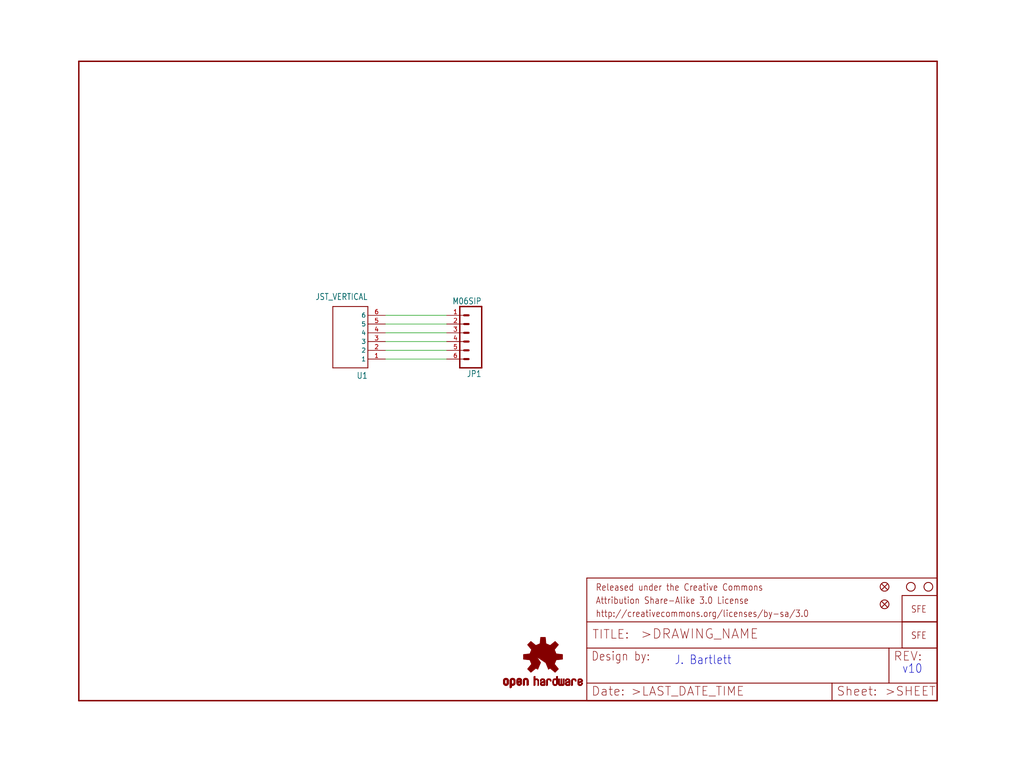
<source format=kicad_sch>
(kicad_sch (version 20211123) (generator eeschema)
  (paper "User" 297.002 223.926)
  (lib_symbols
    (symbol "schematicEagle-eagle-import:FIDUCIALUFIDUCIAL")
    (symbol "schematicEagle-eagle-import:FRAME-LETTER"
      (symbol "FRAME-LETTER_2_0"
        (text ">DRAWING_NAME" (at 15.494 17.78 0) (effects (font (size 2.7432 2.7432)) (justify left bottom)))
        (text ">LAST_DATE_TIME" (at 12.7 1.27 0) (effects (font (size 2.54 2.54)) (justify left bottom)))
        (text ">SHEET" (at 86.36 1.27 0) (effects (font (size 2.54 2.54)) (justify left bottom)))
        (text "Attribution Share-Alike 3.0 License" (at 2.54 27.94 0) (effects (font (size 1.9304 1.6408)) (justify left bottom)))
        (text "Date:" (at 1.27 1.27 0) (effects (font (size 2.54 2.54)) (justify left bottom)))
        (text "Design by:" (at 1.27 11.43 0) (effects (font (size 2.54 2.159)) (justify left bottom)))
        (text "http://creativecommons.org/licenses/by-sa/3.0" (at 2.54 24.13 0) (effects (font (size 1.9304 1.6408)) (justify left bottom)))
        (text "Released under the Creative Commons" (at 2.54 31.75 0) (effects (font (size 1.9304 1.6408)) (justify left bottom)))
        (text "REV:" (at 88.9 11.43 0) (effects (font (size 2.54 2.54)) (justify left bottom)))
        (text "Sheet:" (at 72.39 1.27 0) (effects (font (size 2.54 2.54)) (justify left bottom)))
        (text "TITLE:" (at 1.524 17.78 0) (effects (font (size 2.54 2.54)) (justify left bottom)))
      )
    )
    (symbol "schematicEagle-eagle-import:JST_VERTICAL"
      (property "Value" "JST_VERTICAL" (at -7.62 -13.97 0))
      (symbol "JST_VERTICAL_1_0"
        (pin bidirectional line (at -12.7 5.08 0) (length 5.08) (name "1") (number "1"))
        (pin bidirectional line (at -12.7 2.54 0) (length 5.08) (name "2") (number "2"))
        (pin bidirectional line (at -12.7 0 0) (length 5.08) (name "3") (number "3"))
        (pin bidirectional line (at -12.7 -2.54 0) (length 5.08) (name "4") (number "4"))
        (pin bidirectional line (at -12.7 -5.08 0) (length 5.08) (name "5") (number "5"))
        (pin bidirectional line (at -12.7 -7.62 0) (length 5.08) (name "6") (number "6"))
      )
    )
    (symbol "schematicEagle-eagle-import:LOGO-SFESK"
      (symbol "LOGO-SFESK_1_0"
        (text "SFE" (at 0 0 0) (effects (font (size 1.9304 1.6408)) (justify left bottom)))
      )
    )
    (symbol "schematicEagle-eagle-import:M06SIP"
      (property "Reference" "JP" (at -5.08 10.922 0))
      (property "Value" "M06SIP" (at -5.08 -10.16 0))
      (symbol "M06SIP_1_0"
        (pin passive line (at 5.08 -5.08 180) (length 5.08) (name "1") (number "1"))
        (pin passive line (at 5.08 -2.54 180) (length 5.08) (name "2") (number "2"))
        (pin passive line (at 5.08 0 180) (length 5.08) (name "3") (number "3"))
        (pin passive line (at 5.08 2.54 180) (length 5.08) (name "4") (number "4"))
        (pin passive line (at 5.08 5.08 180) (length 5.08) (name "5") (number "5"))
        (pin passive line (at 5.08 7.62 180) (length 5.08) (name "6") (number "6"))
      )
    )
    (symbol "schematicEagle-eagle-import:OSHW-LOGOS")
    (symbol "schematicEagle-eagle-import:STAND-OFF")
  )
  (wire (pts (xy 129.54 104.14) (xy 111.76 104.14)))
  (wire (pts (xy 129.54 101.6) (xy 111.76 101.6)))
  (wire (pts (xy 129.54 93.98) (xy 111.76 93.98)))
  (wire (pts (xy 129.54 99.06) (xy 111.76 99.06)))
  (wire (pts (xy 129.54 91.44) (xy 111.76 91.44)))
  (wire (pts (xy 129.54 96.52) (xy 111.76 96.52)))
  (text "v10" (at 261.62 195.58 180) (effects (font (size 2.54 2.159)) (justify left bottom)))
  (text "J. Bartlett" (at 195.58 193.04 180) (effects (font (size 2.54 2.159)) (justify left bottom)))
  (symbol (lib_id "schematicEagle-eagle-import:STAND-OFF") (at 269.24 170.18 0) (unit 1)
    (property "Reference" "JP4" (effects hide))
    (property "Value" "STAND-OFF" (effects hide))
    (property "Footprint" "schematicEagle:STAND-OFF" (effects hide))
  )
  (symbol (lib_id "schematicEagle-eagle-import:LOGO-SFESK") (at 264.16 177.8 0) (unit 1)
    (property "Reference" "JP7" (effects hide))
    (property "Value" "LOGO-SFESK" (effects hide))
    (property "Footprint" "schematicEagle:SFE-LOGO-FLAME" (effects hide))
  )
  (symbol (lib_id "schematicEagle-eagle-import:FRAME-LETTER") (at 170.18 203.2 0) (unit 2)
    (property "Reference" "FRAME2" (effects hide))
    (property "Value" "FRAME-LETTER" (effects hide))
    (property "Footprint" "schematicEagle:CREATIVE_COMMONS" (effects hide))
  )
  (symbol (lib_id "schematicEagle-eagle-import:LOGO-SFESK") (at 264.16 185.42 0) (unit 1)
    (property "Reference" "JP2" (effects hide))
    (property "Value" "LOGO-SFESK" (effects hide))
    (property "Footprint" "schematicEagle:SFE-LOGO-FLAME" (effects hide))
  )
  (symbol (lib_id "schematicEagle-eagle-import:FIDUCIALUFIDUCIAL") (at 256.54 170.18 0) (unit 1)
    (property "Reference" "FID1" (effects hide))
    (property "Value" "FIDUCIALUFIDUCIAL" (effects hide))
    (property "Footprint" "schematicEagle:MICRO-FIDUCIAL" (effects hide))
  )
  (symbol (lib_id "schematicEagle-eagle-import:JST_VERTICAL") (at 99.06 99.06 180) (unit 1)
    (property "Reference" "U1" (at 106.68 107.95 0) (effects (font (size 1.778 1.5113)) (justify left bottom)))
    (property "Value" "JST_VERTICAL" (at 106.68 85.09 0) (effects (font (size 1.778 1.5113)) (justify left bottom)))
    (property "Footprint" "schematicEagle:JST-6-SMD-VERT-1.0MM" (effects hide))
  )
  (symbol (lib_id "schematicEagle-eagle-import:OSHW-LOGOS") (at 157.48 190.5 0) (unit 1)
    (property "Reference" "LOGO1" (effects hide))
    (property "Value" "OSHW-LOGOS" (effects hide))
    (property "Footprint" "schematicEagle:OSHW-LOGO-S" (effects hide))
  )
  (symbol (lib_id "schematicEagle-eagle-import:STAND-OFF") (at 264.16 170.18 0) (unit 1)
    (property "Reference" "JP6" (effects hide))
    (property "Value" "STAND-OFF" (effects hide))
    (property "Footprint" "schematicEagle:STAND-OFF" (effects hide))
  )
  (symbol (lib_id "schematicEagle-eagle-import:M06SIP") (at 134.62 96.52 180) (unit 1)
    (property "Reference" "JP1" (at 139.7 107.442 0) (effects (font (size 1.778 1.5113)) (justify left bottom)))
    (property "Value" "M06SIP" (at 139.7 86.36 0) (effects (font (size 1.778 1.5113)) (justify left bottom)))
    (property "Footprint" "schematicEagle:1X06" (effects hide))
  )
  (symbol (lib_id "schematicEagle-eagle-import:FRAME-LETTER") (at 22.86 203.2 0) (unit 1)
    (property "Reference" "FRAME2" (effects hide))
    (property "Value" "FRAME-LETTER" (effects hide))
    (property "Footprint" "schematicEagle:CREATIVE_COMMONS" (effects hide))
  )
  (symbol (lib_id "schematicEagle-eagle-import:FIDUCIALUFIDUCIAL") (at 256.54 175.26 0) (unit 1)
    (property "Reference" "FID2" (effects hide))
    (property "Value" "FIDUCIALUFIDUCIAL" (effects hide))
    (property "Footprint" "schematicEagle:MICRO-FIDUCIAL" (effects hide))
  )
)
</source>
